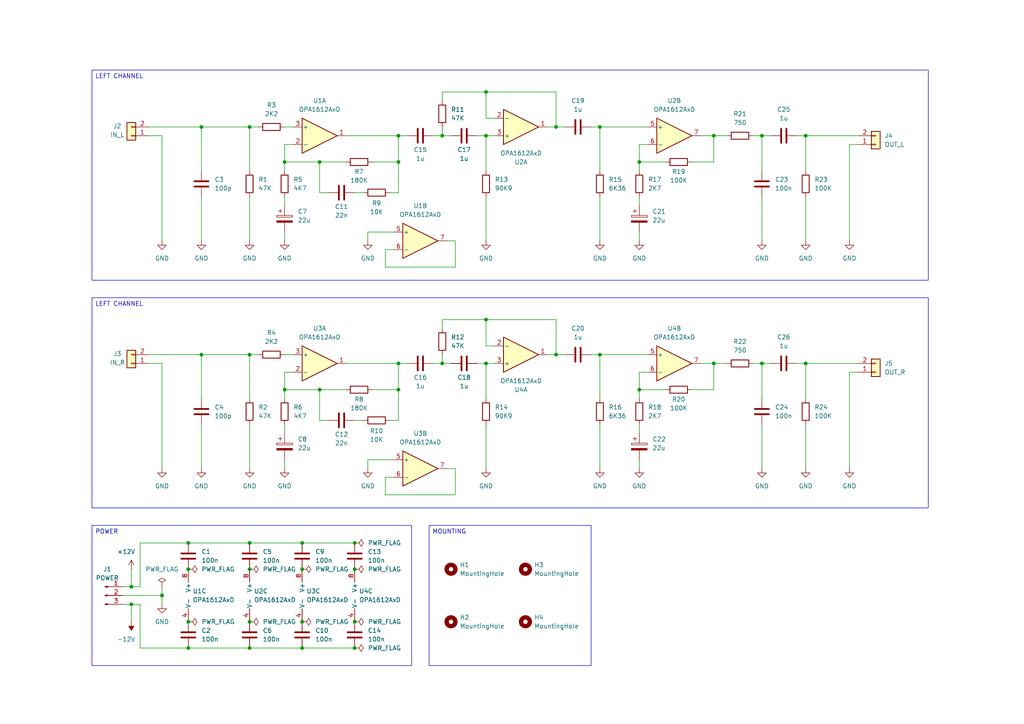
<source format=kicad_sch>
(kicad_sch (version 20250114) (generator "eeschema") (generator_version "9.0")
  (paper "A4")
  (title_block (title "PHONO PREAMP") (date "2025-08-08") (rev "1.0") (company "Chapuzas S.L."))
  (lib_symbols
    (symbol "Amplifier_Operational:OPA1612AxD" (pin_names (offset 0.127))
      (property "Reference" "U" (at 0 5.08 0))
      (property "Value" "OPA1612AxD" (at 0 -5.08 0))
      (symbol "OPA1612AxD_1_1"
        (polyline (pts (xy -5.08 5.08) (xy 5.08 0) (xy -5.08 -5.08) (xy -5.08 5.08)) (stroke (width 0.254)) (fill (type background)))
        (pin input line (at -7.62 2.54 0) (length 2.54) (name "+") (number "3"))
        (pin input line (at -7.62 -2.54 0) (length 2.54) (name "-") (number "2"))
        (pin output line (at 7.62 0 180) (length 2.54) (name "~") (number "1"))
      )
      (symbol "OPA1612AxD_2_1"
        (polyline (pts (xy -5.08 5.08) (xy 5.08 0) (xy -5.08 -5.08) (xy -5.08 5.08)) (stroke (width 0.254)) (fill (type background)))
        (pin input line (at -7.62 2.54 0) (length 2.54) (name "+") (number "5"))
        (pin input line (at -7.62 -2.54 0) (length 2.54) (name "-") (number "6"))
        (pin output line (at 7.62 0 180) (length 2.54) (name "~") (number "7"))
      )
      (symbol "OPA1612AxD_3_1"
        (pin power_in line (at -2.54 7.62 270) (length 3.81) (name "V+") (number "8"))
        (pin power_in line (at -2.54 -7.62 90) (length 3.81) (name "V-") (number "4"))
      )
    )
    (symbol "Connector:Conn_01x03_Pin" (pin_names (offset 1.016) (hide yes))
      (property "Reference" "J" (at 0 5.08 0))
      (property "Value" "Conn_01x03_Pin" (at 0 -5.08 0))
      (symbol "Conn_01x03_Pin_1_1"
        (rectangle (start 0.8636 2.667) (end 0 2.413) (stroke (width 0.1524)) (fill (type outline)))
        (rectangle (start 0.8636 0.127) (end 0 -0.127) (stroke (width 0.1524)) (fill (type outline)))
        (rectangle (start 0.8636 -2.413) (end 0 -2.667) (stroke (width 0.1524)) (fill (type outline)))
        (polyline (pts (xy 1.27 2.54) (xy 0.8636 2.54)) (stroke (width 0.1524)))
        (polyline (pts (xy 1.27 0) (xy 0.8636 0)) (stroke (width 0.1524)))
        (polyline (pts (xy 1.27 -2.54) (xy 0.8636 -2.54)) (stroke (width 0.1524)))
        (pin passive line (at 5.08 2.54 180) (length 3.81) (name "Pin_1") (number "1"))
        (pin passive line (at 5.08 0 180) (length 3.81) (name "Pin_2") (number "2"))
        (pin passive line (at 5.08 -2.54 180) (length 3.81) (name "Pin_3") (number "3"))
      )
    )
    (symbol "Connector_Generic:Conn_01x02" (pin_names (offset 1.016) (hide yes))
      (property "Reference" "J" (at 0 2.54 0))
      (property "Value" "Conn_01x02" (at 0 -5.08 0))
      (symbol "Conn_01x02_1_1"
        (rectangle (start -1.27 1.27) (end 1.27 -3.81) (stroke (width 0.254)) (fill (type background)))
        (rectangle (start -1.27 0.127) (end 0 -0.127) (stroke (width 0.1524)))
        (rectangle (start -1.27 -2.413) (end 0 -2.667) (stroke (width 0.1524)))
        (pin passive line (at -5.08 0 0) (length 3.81) (name "Pin_1") (number "1"))
        (pin passive line (at -5.08 -2.54 0) (length 3.81) (name "Pin_2") (number "2"))
      )
    )
    (symbol "Device:C" (pin_numbers (hide yes)) (pin_names (offset 0.254))
      (property "Reference" "C" (at 0.635 2.54 0))
      (property "Value" "C" (at 0.635 -2.54 0))
      (symbol "C_0_1"
        (polyline (pts (xy -2.032 0.762) (xy 2.032 0.762)) (stroke (width 0.508)))
        (polyline (pts (xy -2.032 -0.762) (xy 2.032 -0.762)) (stroke (width 0.508)))
      )
      (symbol "C_1_1"
        (pin passive line (at 0 3.81 270) (length 2.794) (name "~") (number "1"))
        (pin passive line (at 0 -3.81 90) (length 2.794) (name "~") (number "2"))
      )
    )
    (symbol "Device:C_Polarized" (pin_numbers (hide yes)) (pin_names (offset 0.254))
      (property "Reference" "C" (at 0.635 2.54 0))
      (property "Value" "C_Polarized" (at 0.635 -2.54 0))
      (symbol "C_Polarized_0_1"
        (rectangle (start -2.286 0.508) (end 2.286 1.016))
        (polyline (pts (xy -1.778 2.286) (xy -0.762 2.286)))
        (polyline (pts (xy -1.27 2.794) (xy -1.27 1.778)))
        (rectangle (start 2.286 -0.508) (end -2.286 -1.016) (fill (type outline)))
      )
      (symbol "C_Polarized_1_1"
        (pin passive line (at 0 3.81 270) (length 2.794) (name "~") (number "1"))
        (pin passive line (at 0 -3.81 90) (length 2.794) (name "~") (number "2"))
      )
    )
    (symbol "Device:R" (pin_numbers (hide yes)) (pin_names (offset 0))
      (property "Reference" "R" (at 2.032 0 90))
      (property "Value" "R" (at 0 0 90))
      (symbol "R_0_1"
        (rectangle (start -1.016 -2.54) (end 1.016 2.54) (stroke (width 0.254)))
      )
      (symbol "R_1_1"
        (pin passive line (at 0 3.81 270) (length 1.27) (name "~") (number "1"))
        (pin passive line (at 0 -3.81 90) (length 1.27) (name "~") (number "2"))
      )
    )
    (symbol "Mechanical:MountingHole" (pin_names (offset 1.016)) (in_bom no)
      (property "Reference" "H" (at 0 5.08 0))
      (property "Value" "MountingHole" (at 0 3.175 0))
      (symbol "MountingHole_0_1"
        (circle (center 0 0) (radius 1.27) (stroke (width 1.27)))
      )
    )
    (symbol "power:+12V" (power) (pin_numbers (hide yes)) (pin_names (offset 0) (hide yes))
      (property "Value" "+12V" (at 0 3.556 0))
      (symbol "+12V_0_1"
        (polyline (pts (xy -0.762 1.27) (xy 0 2.54)))
        (polyline (pts (xy 0 2.54) (xy 0.762 1.27)))
        (polyline (pts (xy 0 0) (xy 0 2.54)))
      )
      (symbol "+12V_1_1"
        (pin power_in line (at 0 0 90) (length 0) (name "~") (number "1"))
      )
    )
    (symbol "power:-12V" (power) (pin_numbers (hide yes)) (pin_names (offset 0) (hide yes))
      (property "Value" "-12V" (at 0 3.556 0))
      (symbol "-12V_0_0"
        (pin power_in line (at 0 0 90) (length 0) (name "~") (number "1"))
      )
      (symbol "-12V_0_1"
        (polyline (pts (xy 0 0) (xy 0 1.27) (xy 0.762 1.27) (xy 0 2.54) (xy -0.762 1.27) (xy 0 1.27)) (fill (type outline)))
      )
    )
    (symbol "power:GND" (power) (pin_numbers (hide yes)) (pin_names (offset 0) (hide yes))
      (property "Value" "GND" (at 0 -3.81 0))
      (symbol "GND_0_1"
        (polyline (pts (xy 0 0) (xy 0 -1.27) (xy 1.27 -1.27) (xy 0 -2.54) (xy -1.27 -1.27) (xy 0 -1.27)))
      )
      (symbol "GND_1_1"
        (pin power_in line (at 0 0 270) (length 0) (name "~") (number "1"))
      )
    )
    (symbol "power:PWR_FLAG" (power) (pin_numbers (hide yes)) (pin_names (offset 0) (hide yes))
      (property "Value" "PWR_FLAG" (at 0 3.81 0))
      (symbol "PWR_FLAG_0_0"
        (pin power_out line (at 0 0 90) (length 0) (name "~") (number "1"))
      )
      (symbol "PWR_FLAG_0_1"
        (polyline (pts (xy 0 0) (xy 0 1.27) (xy -1.016 1.905) (xy 0 2.54) (xy 1.016 1.905) (xy 0 1.27)))
      )
    )
  )
  (text_box "LEFT CHANNEL" (at 26.67 86.36 0) (size 242.57 60.96) (margins 0.9525 0.9525 0.9525 0.9525) (effects (font (size 1.27 1.27)) (justify left top)))
  (text_box "LEFT CHANNEL" (at 26.67 20.32 0) (size 242.57 60.96) (margins 0.9525 0.9525 0.9525 0.9525) (effects (font (size 1.27 1.27)) (justify left top)))
  (text_box "MOUNTING" (at 124.46 152.4 0) (size 46.99 40.64) (margins 0.9525 0.9525 0.9525 0.9525) (effects (font (size 1.27 1.27)) (justify left top)))
  (text_box "POWER" (at 26.67 152.4 0) (size 92.71 40.64) (margins 0.9525 0.9525 0.9525 0.9525) (effects (font (size 1.27 1.27)) (justify left top)))
  (junction (at 54.61 165.1))
  (junction (at 54.61 157.48))
  (junction (at 140.97 105.41))
  (junction (at 54.61 180.34))
  (junction (at 87.63 180.34))
  (junction (at 46.99 172.72))
  (junction (at 233.68 39.37))
  (junction (at 87.63 165.1))
  (junction (at 38.1 175.26))
  (junction (at 102.87 157.48))
  (junction (at 115.57 105.41))
  (junction (at 220.98 39.37))
  (junction (at 72.39 180.34))
  (junction (at 72.39 157.48))
  (junction (at 72.39 36.83))
  (junction (at 140.97 26.67))
  (junction (at 128.27 39.37))
  (junction (at 140.97 92.71))
  (junction (at 102.87 187.96))
  (junction (at 220.98 105.41))
  (junction (at 233.68 105.41))
  (junction (at 82.55 46.99))
  (junction (at 185.42 113.03))
  (junction (at 102.87 165.1))
  (junction (at 115.57 39.37))
  (junction (at 207.01 39.37))
  (junction (at 58.42 36.83))
  (junction (at 92.71 113.03))
  (junction (at 185.42 46.99))
  (junction (at 72.39 165.1))
  (junction (at 54.61 187.96))
  (junction (at 72.39 102.87))
  (junction (at 87.63 157.48))
  (junction (at 161.29 36.83))
  (junction (at 128.27 105.41))
  (junction (at 87.63 187.96))
  (junction (at 173.99 36.83))
  (junction (at 38.1 170.18))
  (junction (at 161.29 102.87))
  (junction (at 58.42 102.87))
  (junction (at 207.01 105.41))
  (junction (at 92.71 46.99))
  (junction (at 82.55 113.03))
  (junction (at 140.97 39.37))
  (junction (at 173.99 102.87))
  (junction (at 102.87 180.34))
  (junction (at 72.39 187.96))
  (junction (at 115.57 46.99))
  (junction (at 115.57 113.03))
  (wire (pts (xy 38.1 170.18) (xy 40.64 170.18)))
  (wire (pts (xy 92.71 46.99) (xy 82.55 46.99)))
  (wire (pts (xy 233.68 105.41) (xy 231.14 105.41)))
  (wire (pts (xy 233.68 39.37) (xy 248.92 39.37)))
  (wire (pts (xy 92.71 113.03) (xy 92.71 121.92)))
  (wire (pts (xy 140.97 39.37) (xy 143.51 39.37)))
  (wire (pts (xy 38.1 175.26) (xy 35.56 175.26)))
  (wire (pts (xy 115.57 46.99) (xy 115.57 55.88)))
  (wire (pts (xy 40.64 175.26) (xy 38.1 175.26)))
  (wire (pts (xy 95.25 121.92) (xy 92.71 121.92)))
  (wire (pts (xy 82.55 113.03) (xy 82.55 115.57)))
  (wire (pts (xy 115.57 39.37) (xy 100.33 39.37)))
  (wire (pts (xy 185.42 113.03) (xy 185.42 107.95)))
  (wire (pts (xy 105.41 55.88) (xy 102.87 55.88)))
  (wire (pts (xy 95.25 55.88) (xy 92.71 55.88)))
  (wire (pts (xy 58.42 102.87) (xy 72.39 102.87)))
  (wire (pts (xy 140.97 123.19) (xy 140.97 135.89)))
  (wire (pts (xy 72.39 57.15) (xy 72.39 69.85)))
  (wire (pts (xy 171.45 102.87) (xy 173.99 102.87)))
  (wire (pts (xy 58.42 36.83) (xy 58.42 49.53)))
  (wire (pts (xy 46.99 105.41) (xy 46.99 135.89)))
  (wire (pts (xy 200.66 113.03) (xy 207.01 113.03)))
  (wire (pts (xy 114.3 138.43) (xy 111.76 138.43)))
  (wire (pts (xy 185.42 135.89) (xy 185.42 133.35)))
  (wire (pts (xy 143.51 100.33) (xy 140.97 100.33)))
  (wire (pts (xy 185.42 41.91) (xy 187.96 41.91)))
  (wire (pts (xy 72.39 123.19) (xy 72.39 135.89)))
  (wire (pts (xy 72.39 187.96) (xy 87.63 187.96)))
  (wire (pts (xy 114.3 72.39) (xy 111.76 72.39)))
  (wire (pts (xy 203.2 105.41) (xy 207.01 105.41)))
  (wire (pts (xy 173.99 102.87) (xy 187.96 102.87)))
  (wire (pts (xy 43.18 36.83) (xy 58.42 36.83)))
  (wire (pts (xy 143.51 34.29) (xy 140.97 34.29)))
  (wire (pts (xy 140.97 26.67) (xy 140.97 34.29)))
  (wire (pts (xy 106.68 67.31) (xy 106.68 69.85)))
  (wire (pts (xy 173.99 123.19) (xy 173.99 135.89)))
  (wire (pts (xy 207.01 105.41) (xy 207.01 113.03)))
  (wire (pts (xy 233.68 39.37) (xy 231.14 39.37)))
  (wire (pts (xy 115.57 46.99) (xy 115.57 39.37)))
  (wire (pts (xy 132.08 69.85) (xy 129.54 69.85)))
  (wire (pts (xy 125.73 105.41) (xy 128.27 105.41)))
  (wire (pts (xy 220.98 105.41) (xy 223.52 105.41)))
  (wire (pts (xy 54.61 157.48) (xy 40.64 157.48)))
  (wire (pts (xy 220.98 123.19) (xy 220.98 135.89)))
  (wire (pts (xy 58.42 57.15) (xy 58.42 69.85)))
  (wire (pts (xy 173.99 36.83) (xy 187.96 36.83)))
  (wire (pts (xy 218.44 105.41) (xy 220.98 105.41)))
  (wire (pts (xy 185.42 107.95) (xy 187.96 107.95)))
  (wire (pts (xy 82.55 107.95) (xy 82.55 113.03)))
  (wire (pts (xy 82.55 102.87) (xy 85.09 102.87)))
  (wire (pts (xy 46.99 170.18) (xy 46.99 172.72)))
  (wire (pts (xy 54.61 157.48) (xy 72.39 157.48)))
  (wire (pts (xy 218.44 39.37) (xy 220.98 39.37)))
  (wire (pts (xy 46.99 172.72) (xy 46.99 175.26)))
  (wire (pts (xy 173.99 57.15) (xy 173.99 69.85)))
  (wire (pts (xy 161.29 92.71) (xy 161.29 102.87)))
  (wire (pts (xy 161.29 102.87) (xy 163.83 102.87)))
  (wire (pts (xy 82.55 36.83) (xy 85.09 36.83)))
  (wire (pts (xy 246.38 41.91) (xy 246.38 69.85)))
  (wire (pts (xy 100.33 46.99) (xy 92.71 46.99)))
  (wire (pts (xy 43.18 102.87) (xy 58.42 102.87)))
  (wire (pts (xy 35.56 170.18) (xy 38.1 170.18)))
  (wire (pts (xy 115.57 39.37) (xy 118.11 39.37)))
  (wire (pts (xy 82.55 133.35) (xy 82.55 135.89)))
  (wire (pts (xy 92.71 46.99) (xy 92.71 55.88)))
  (wire (pts (xy 40.64 187.96) (xy 40.64 175.26)))
  (wire (pts (xy 128.27 29.21) (xy 128.27 26.67)))
  (wire (pts (xy 85.09 107.95) (xy 82.55 107.95)))
  (wire (pts (xy 185.42 46.99) (xy 193.04 46.99)))
  (wire (pts (xy 38.1 165.1) (xy 38.1 170.18)))
  (wire (pts (xy 111.76 138.43) (xy 111.76 143.51)))
  (wire (pts (xy 82.55 46.99) (xy 82.55 49.53)))
  (wire (pts (xy 115.57 46.99) (xy 107.95 46.99)))
  (wire (pts (xy 138.43 39.37) (xy 140.97 39.37)))
  (wire (pts (xy 233.68 57.15) (xy 233.68 69.85)))
  (wire (pts (xy 220.98 105.41) (xy 220.98 115.57)))
  (wire (pts (xy 40.64 157.48) (xy 40.64 170.18)))
  (wire (pts (xy 233.68 49.53) (xy 233.68 39.37)))
  (wire (pts (xy 115.57 105.41) (xy 100.33 105.41)))
  (wire (pts (xy 82.55 123.19) (xy 82.55 125.73)))
  (wire (pts (xy 111.76 143.51) (xy 132.08 143.51)))
  (wire (pts (xy 185.42 115.57) (xy 185.42 113.03)))
  (wire (pts (xy 87.63 157.48) (xy 102.87 157.48)))
  (wire (pts (xy 72.39 36.83) (xy 74.93 36.83)))
  (wire (pts (xy 246.38 41.91) (xy 248.92 41.91)))
  (wire (pts (xy 115.57 105.41) (xy 118.11 105.41)))
  (wire (pts (xy 132.08 143.51) (xy 132.08 135.89)))
  (wire (pts (xy 185.42 49.53) (xy 185.42 46.99)))
  (wire (pts (xy 115.57 113.03) (xy 115.57 121.92)))
  (wire (pts (xy 113.03 121.92) (xy 115.57 121.92)))
  (wire (pts (xy 87.63 187.96) (xy 102.87 187.96)))
  (wire (pts (xy 43.18 105.41) (xy 46.99 105.41)))
  (wire (pts (xy 207.01 39.37) (xy 210.82 39.37)))
  (wire (pts (xy 115.57 113.03) (xy 107.95 113.03)))
  (wire (pts (xy 220.98 57.15) (xy 220.98 69.85)))
  (wire (pts (xy 128.27 26.67) (xy 140.97 26.67)))
  (wire (pts (xy 114.3 133.35) (xy 106.68 133.35)))
  (wire (pts (xy 72.39 102.87) (xy 74.93 102.87)))
  (wire (pts (xy 185.42 125.73) (xy 185.42 123.19)))
  (wire (pts (xy 114.3 67.31) (xy 106.68 67.31)))
  (wire (pts (xy 125.73 39.37) (xy 128.27 39.37)))
  (wire (pts (xy 43.18 39.37) (xy 46.99 39.37)))
  (wire (pts (xy 171.45 36.83) (xy 173.99 36.83)))
  (wire (pts (xy 161.29 102.87) (xy 158.75 102.87)))
  (wire (pts (xy 220.98 39.37) (xy 223.52 39.37)))
  (wire (pts (xy 115.57 113.03) (xy 115.57 105.41)))
  (wire (pts (xy 111.76 77.47) (xy 132.08 77.47)))
  (wire (pts (xy 72.39 157.48) (xy 87.63 157.48)))
  (wire (pts (xy 82.55 41.91) (xy 82.55 46.99)))
  (wire (pts (xy 58.42 102.87) (xy 58.42 115.57)))
  (wire (pts (xy 58.42 123.19) (xy 58.42 135.89)))
  (wire (pts (xy 58.42 36.83) (xy 72.39 36.83)))
  (wire (pts (xy 185.42 113.03) (xy 193.04 113.03)))
  (wire (pts (xy 92.71 113.03) (xy 82.55 113.03)))
  (wire (pts (xy 46.99 39.37) (xy 46.99 69.85)))
  (wire (pts (xy 185.42 46.99) (xy 185.42 41.91)))
  (wire (pts (xy 233.68 115.57) (xy 233.68 105.41)))
  (wire (pts (xy 140.97 105.41) (xy 140.97 115.57)))
  (wire (pts (xy 246.38 107.95) (xy 246.38 135.89)))
  (wire (pts (xy 128.27 105.41) (xy 130.81 105.41)))
  (wire (pts (xy 233.68 105.41) (xy 248.92 105.41)))
  (wire (pts (xy 72.39 36.83) (xy 72.39 49.53)))
  (wire (pts (xy 161.29 36.83) (xy 163.83 36.83)))
  (wire (pts (xy 140.97 105.41) (xy 143.51 105.41)))
  (wire (pts (xy 82.55 67.31) (xy 82.55 69.85)))
  (wire (pts (xy 54.61 187.96) (xy 72.39 187.96)))
  (wire (pts (xy 185.42 69.85) (xy 185.42 67.31)))
  (wire (pts (xy 140.97 57.15) (xy 140.97 69.85)))
  (wire (pts (xy 140.97 39.37) (xy 140.97 49.53)))
  (wire (pts (xy 106.68 133.35) (xy 106.68 135.89)))
  (wire (pts (xy 128.27 36.83) (xy 128.27 39.37)))
  (wire (pts (xy 220.98 39.37) (xy 220.98 49.53)))
  (wire (pts (xy 132.08 77.47) (xy 132.08 69.85)))
  (wire (pts (xy 173.99 102.87) (xy 173.99 115.57)))
  (wire (pts (xy 128.27 102.87) (xy 128.27 105.41)))
  (wire (pts (xy 161.29 36.83) (xy 158.75 36.83)))
  (wire (pts (xy 72.39 102.87) (xy 72.39 115.57)))
  (wire (pts (xy 173.99 36.83) (xy 173.99 49.53)))
  (wire (pts (xy 200.66 46.99) (xy 207.01 46.99)))
  (wire (pts (xy 113.03 55.88) (xy 115.57 55.88)))
  (wire (pts (xy 38.1 180.34) (xy 38.1 175.26)))
  (wire (pts (xy 82.55 57.15) (xy 82.55 59.69)))
  (wire (pts (xy 185.42 59.69) (xy 185.42 57.15)))
  (wire (pts (xy 128.27 39.37) (xy 130.81 39.37)))
  (wire (pts (xy 138.43 105.41) (xy 140.97 105.41)))
  (wire (pts (xy 100.33 113.03) (xy 92.71 113.03)))
  (wire (pts (xy 105.41 121.92) (xy 102.87 121.92)))
  (wire (pts (xy 54.61 187.96) (xy 40.64 187.96)))
  (wire (pts (xy 207.01 105.41) (xy 210.82 105.41)))
  (wire (pts (xy 161.29 26.67) (xy 161.29 36.83)))
  (wire (pts (xy 132.08 135.89) (xy 129.54 135.89)))
  (wire (pts (xy 207.01 39.37) (xy 207.01 46.99)))
  (wire (pts (xy 85.09 41.91) (xy 82.55 41.91)))
  (wire (pts (xy 233.68 123.19) (xy 233.68 135.89)))
  (wire (pts (xy 140.97 92.71) (xy 161.29 92.71)))
  (wire (pts (xy 140.97 92.71) (xy 140.97 100.33)))
  (wire (pts (xy 128.27 95.25) (xy 128.27 92.71)))
  (wire (pts (xy 140.97 26.67) (xy 161.29 26.67)))
  (wire (pts (xy 111.76 72.39) (xy 111.76 77.47)))
  (wire (pts (xy 128.27 92.71) (xy 140.97 92.71)))
  (wire (pts (xy 203.2 39.37) (xy 207.01 39.37)))
  (wire (pts (xy 246.38 107.95) (xy 248.92 107.95)))
  (wire (pts (xy 35.56 172.72) (xy 46.99 172.72)))
  (symbol (lib_id "Device:C") (at 121.92 105.41 90) (unit 1)
    (property "Reference" "C16" (at 121.92 109.474 90))
    (property "Value" "1u" (at 121.92 112.014 90))
    (property "Footprint" "Capacitor_SMD:C_0805_2012Metric_Pad1.18x1.45mm_HandSolder" (effects (hide yes)))
    (property "Description" "Unpolarized capacitor" (effects (hide yes)))
  )
  (symbol (lib_id "Device:C") (at 54.61 184.15 0) (unit 1)
    (property "Reference" "C2" (at 58.42 182.8799 0) (effects (justify left)))
    (property "Value" "100n" (at 58.42 185.4199 0) (effects (justify left)))
    (property "Footprint" "Capacitor_SMD:C_0805_2012Metric_Pad1.18x1.45mm_HandSolder" (effects (hide yes)))
    (property "Description" "Unpolarized capacitor" (effects (hide yes)))
  )
  (symbol (lib_id "Amplifier_Operational:OPA1612AxD") (at 74.93 172.72 0) (unit 3)
    (property "Reference" "U2" (at 73.66 171.4499 0) (effects (justify left)))
    (property "Value" "OPA1612AxD" (at 73.66 173.9899 0) (effects (justify left)))
    (property "Footprint" "Package_SO:SOIC-8_3.9x4.9mm_P1.27mm" (effects (hide yes)))
    (property "Datasheet" "http://www.ti.com/lit/ds/symlink/opa1612.pdf" (effects (hide yes)))
    (property "Description" "Dual SoundPlus High Performance, Bipolar-Input Audio Operational Amplifiers, SOIC-8" (effects (hide yes)))
  )
  (symbol (lib_id "Device:C") (at 121.92 39.37 90) (unit 1)
    (property "Reference" "C15" (at 121.92 43.434 90))
    (property "Value" "1u" (at 121.92 45.974 90))
    (property "Footprint" "Capacitor_SMD:C_0805_2012Metric_Pad1.18x1.45mm_HandSolder" (effects (hide yes)))
    (property "Description" "Unpolarized capacitor" (effects (hide yes)))
  )
  (symbol (lib_id "Amplifier_Operational:OPA1612AxD") (at 121.92 69.85 0) (unit 2)
    (property "Reference" "U1" (at 121.92 59.69 0))
    (property "Value" "OPA1612AxD" (at 121.92 62.23 0))
    (property "Footprint" "Package_SO:SOIC-8_3.9x4.9mm_P1.27mm" (effects (hide yes)))
    (property "Datasheet" "http://www.ti.com/lit/ds/symlink/opa1612.pdf" (effects (hide yes)))
    (property "Description" "Dual SoundPlus High Performance, Bipolar-Input Audio Operational Amplifiers, SOIC-8" (effects (hide yes)))
  )
  (symbol (lib_id "Device:C") (at 167.64 36.83 90) (unit 1)
    (property "Reference" "C19" (at 167.64 29.21 90))
    (property "Value" "1u" (at 167.64 31.75 90))
    (property "Footprint" "Capacitor_SMD:C_0805_2012Metric_Pad1.18x1.45mm_HandSolder" (effects (hide yes)))
    (property "Description" "Unpolarized capacitor" (effects (hide yes)))
  )
  (symbol (lib_id "Connector_Generic:Conn_01x02") (at 254 107.95 0) (mirror x) (unit 1)
    (property "Reference" "J5" (at 256.54 105.4101 0) (effects (justify left)))
    (property "Value" "OUT_R" (at 256.54 107.9501 0) (effects (justify left)))
    (property "Footprint" "Connector_Molex:Molex_KK-254_AE-6410-02A_1x02_P2.54mm_Vertical" (effects (hide yes)))
    (property "Description" "Generic connector, single row, 01x02, script generated (kicad-library-utils/schlib/autogen/connector/)" (effects (hide yes)))
  )
  (symbol (lib_id "Device:R") (at 196.85 46.99 90) (unit 1)
    (property "Reference" "R19" (at 196.85 49.784 90))
    (property "Value" "100K" (at 196.85 52.324 90))
    (property "Footprint" "Resistor_SMD:R_0805_2012Metric_Pad1.20x1.40mm_HandSolder" (effects (hide yes)))
    (property "Description" "Resistor" (effects (hide yes)))
  )
  (symbol (lib_id "power:GND") (at 82.55 135.89 0) (unit 1)
    (property "Reference" "#PWR011" (effects (hide yes)))
    (property "Value" "GND" (at 82.55 140.97 0))
    (property "Description" "Power symbol creates a global label with name \"GND\" , ground" (effects (hide yes)))
  )
  (symbol (lib_id "Device:R") (at 233.68 53.34 0) (unit 1)
    (property "Reference" "R23" (at 236.22 52.0699 0) (effects (justify left)))
    (property "Value" "100K" (at 236.22 54.6099 0) (effects (justify left)))
    (property "Footprint" "Resistor_SMD:R_0805_2012Metric_Pad1.20x1.40mm_HandSolder" (effects (hide yes)))
    (property "Description" "Resistor" (effects (hide yes)))
  )
  (symbol (lib_id "power:GND") (at 58.42 135.89 0) (unit 1)
    (property "Reference" "#PWR07" (effects (hide yes)))
    (property "Value" "GND" (at 58.42 140.97 0))
    (property "Description" "Power symbol creates a global label with name \"GND\" , ground" (effects (hide yes)))
  )
  (symbol (lib_id "Device:R") (at 214.63 39.37 90) (unit 1)
    (property "Reference" "R21" (at 214.63 33.02 90))
    (property "Value" "750" (at 214.63 35.56 90))
    (property "Footprint" "Resistor_SMD:R_0805_2012Metric_Pad1.20x1.40mm_HandSolder" (effects (hide yes)))
    (property "Description" "Resistor" (effects (hide yes)))
  )
  (symbol (lib_id "Connector:Conn_01x03_Pin") (at 30.48 172.72 0) (unit 1)
    (property "Reference" "J1" (at 31.115 165.1 0))
    (property "Value" "POWER" (at 31.115 167.64 0))
    (property "Footprint" "Connector_Molex:Molex_KK-254_AE-6410-03A_1x03_P2.54mm_Vertical" (effects (hide yes)))
    (property "Description" "Generic connector, single row, 01x03, script generated" (effects (hide yes)))
  )
  (symbol (lib_id "power:GND") (at 220.98 69.85 0) (unit 1)
    (property "Reference" "#PWR020" (effects (hide yes)))
    (property "Value" "GND" (at 220.98 74.93 0))
    (property "Description" "Power symbol creates a global label with name \"GND\" , ground" (effects (hide yes)))
  )
  (symbol (lib_id "Device:C") (at 167.64 102.87 90) (unit 1)
    (property "Reference" "C20" (at 167.64 95.25 90))
    (property "Value" "1u" (at 167.64 97.79 90))
    (property "Footprint" "Capacitor_SMD:C_0805_2012Metric_Pad1.18x1.45mm_HandSolder" (effects (hide yes)))
    (property "Description" "Unpolarized capacitor" (effects (hide yes)))
  )
  (symbol (lib_id "Mechanical:MountingHole") (at 130.81 165.1 0) (unit 1) (in_bom no)
    (property "Reference" "H1" (at 133.35 163.8299 0) (effects (justify left)))
    (property "Value" "MountingHole" (at 133.35 166.3699 0) (effects (justify left)))
    (property "Footprint" "MountingHole:MountingHole_3.2mm_M3" (effects (hide yes)))
    (property "Description" "Mounting Hole without connection" (effects (hide yes)))
  )
  (symbol (lib_id "Device:R") (at 78.74 102.87 90) (unit 1)
    (property "Reference" "R4" (at 78.74 96.52 90))
    (property "Value" "2K2" (at 78.74 99.06 90))
    (property "Footprint" "Resistor_SMD:R_0805_2012Metric_Pad1.20x1.40mm_HandSolder" (effects (hide yes)))
    (property "Description" "Resistor" (effects (hide yes)))
  )
  (symbol (lib_id "Device:C") (at 72.39 161.29 0) (unit 1)
    (property "Reference" "C5" (at 76.2 160.0199 0) (effects (justify left)))
    (property "Value" "100n" (at 76.2 162.5599 0) (effects (justify left)))
    (property "Footprint" "Capacitor_SMD:C_0805_2012Metric_Pad1.18x1.45mm_HandSolder" (effects (hide yes)))
    (property "Description" "Unpolarized capacitor" (effects (hide yes)))
  )
  (symbol (lib_id "power:PWR_FLAG") (at 102.87 180.34 270) (unit 1)
    (property "Reference" "#FLG09" (effects (hide yes)))
    (property "Value" "PWR_FLAG" (at 106.68 180.3399 90) (effects (justify left)))
    (property "Description" "Special symbol for telling ERC where power comes from" (effects (hide yes)))
  )
  (symbol (lib_id "Device:C") (at 102.87 161.29 0) (unit 1)
    (property "Reference" "C13" (at 106.68 160.0199 0) (effects (justify left)))
    (property "Value" "100n" (at 106.68 162.5599 0) (effects (justify left)))
    (property "Footprint" "Capacitor_SMD:C_0805_2012Metric_Pad1.18x1.45mm_HandSolder" (effects (hide yes)))
    (property "Description" "Unpolarized capacitor" (effects (hide yes)))
  )
  (symbol (lib_id "Device:R") (at 173.99 119.38 0) (unit 1)
    (property "Reference" "R16" (at 176.53 118.1099 0) (effects (justify left)))
    (property "Value" "6K36" (at 176.53 120.6499 0) (effects (justify left)))
    (property "Footprint" "Resistor_SMD:R_0805_2012Metric_Pad1.20x1.40mm_HandSolder" (effects (hide yes)))
    (property "Description" "Resistor" (effects (hide yes)))
  )
  (symbol (lib_id "Connector_Generic:Conn_01x02") (at 38.1 39.37 180) (unit 1)
    (property "Reference" "J2" (at 34.036 36.576 0))
    (property "Value" "IN_L" (at 34.036 39.116 0))
    (property "Footprint" "Connector_Molex:Molex_KK-254_AE-6410-02A_1x02_P2.54mm_Vertical" (effects (hide yes)))
    (property "Description" "Generic connector, single row, 01x02, script generated (kicad-library-utils/schlib/autogen/connector/)" (effects (hide yes)))
  )
  (symbol (lib_id "power:+12V") (at 38.1 165.1 0) (unit 1)
    (property "Reference" "#PWR01" (effects (hide yes)))
    (property "Value" "+12V" (at 36.576 160.02 0))
    (property "Description" "Power symbol creates a global label with name \"+12V\"" (effects (hide yes)))
  )
  (symbol (lib_id "power:PWR_FLAG") (at 87.63 180.34 270) (unit 1)
    (property "Reference" "#FLG07" (effects (hide yes)))
    (property "Value" "PWR_FLAG" (at 91.44 180.3399 90) (effects (justify left)))
    (property "Description" "Special symbol for telling ERC where power comes from" (effects (hide yes)))
  )
  (symbol (lib_id "Amplifier_Operational:OPA1612AxD") (at 151.13 36.83 0) (mirror x) (unit 1)
    (property "Reference" "U2" (at 151.13 46.99 0))
    (property "Value" "OPA1612AxD" (at 151.13 44.45 0))
    (property "Footprint" "Package_SO:SOIC-8_3.9x4.9mm_P1.27mm" (effects (hide yes)))
    (property "Datasheet" "http://www.ti.com/lit/ds/symlink/opa1612.pdf" (effects (hide yes)))
    (property "Description" "Dual SoundPlus High Performance, Bipolar-Input Audio Operational Amplifiers, SOIC-8" (effects (hide yes)))
  )
  (symbol (lib_id "power:GND") (at 106.68 69.85 0) (unit 1)
    (property "Reference" "#PWR012" (effects (hide yes)))
    (property "Value" "GND" (at 106.68 74.93 0))
    (property "Description" "Power symbol creates a global label with name \"GND\" , ground" (effects (hide yes)))
  )
  (symbol (lib_id "Device:R") (at 82.55 53.34 0) (unit 1)
    (property "Reference" "R5" (at 85.09 52.0699 0) (effects (justify left)))
    (property "Value" "4K7" (at 85.09 54.6099 0) (effects (justify left)))
    (property "Footprint" "Resistor_SMD:R_0805_2012Metric_Pad1.20x1.40mm_HandSolder" (effects (hide yes)))
    (property "Description" "Resistor" (effects (hide yes)))
  )
  (symbol (lib_id "Device:C") (at 72.39 184.15 0) (unit 1)
    (property "Reference" "C6" (at 76.2 182.8799 0) (effects (justify left)))
    (property "Value" "100n" (at 76.2 185.4199 0) (effects (justify left)))
    (property "Footprint" "Capacitor_SMD:C_0805_2012Metric_Pad1.18x1.45mm_HandSolder" (effects (hide yes)))
    (property "Description" "Unpolarized capacitor" (effects (hide yes)))
  )
  (symbol (lib_id "power:PWR_FLAG") (at 87.63 165.1 270) (unit 1)
    (property "Reference" "#FLG06" (effects (hide yes)))
    (property "Value" "PWR_FLAG" (at 91.44 165.0999 90) (effects (justify left)))
    (property "Description" "Special symbol for telling ERC where power comes from" (effects (hide yes)))
  )
  (symbol (lib_id "Device:C_Polarized") (at 82.55 63.5 0) (unit 1)
    (property "Reference" "C7" (at 86.36 61.3409 0) (effects (justify left)))
    (property "Value" "22u" (at 86.36 63.8809 0) (effects (justify left)))
    (property "Footprint" "Capacitor_SMD:CP_Elec_6.3x5.8" (effects (hide yes)))
    (property "Description" "Polarized capacitor" (effects (hide yes)))
  )
  (symbol (lib_id "power:GND") (at 106.68 135.89 0) (unit 1)
    (property "Reference" "#PWR013" (effects (hide yes)))
    (property "Value" "GND" (at 106.68 140.97 0))
    (property "Description" "Power symbol creates a global label with name \"GND\" , ground" (effects (hide yes)))
  )
  (symbol (lib_id "Connector_Generic:Conn_01x02") (at 254 41.91 0) (mirror x) (unit 1)
    (property "Reference" "J4" (at 256.54 39.3701 0) (effects (justify left)))
    (property "Value" "OUT_L" (at 256.54 41.9101 0) (effects (justify left)))
    (property "Footprint" "Connector_Molex:Molex_KK-254_AE-6410-02A_1x02_P2.54mm_Vertical" (effects (hide yes)))
    (property "Description" "Generic connector, single row, 01x02, script generated (kicad-library-utils/schlib/autogen/connector/)" (effects (hide yes)))
  )
  (symbol (lib_id "power:GND") (at 220.98 135.89 0) (unit 1)
    (property "Reference" "#PWR021" (effects (hide yes)))
    (property "Value" "GND" (at 220.98 140.97 0))
    (property "Description" "Power symbol creates a global label with name \"GND\" , ground" (effects (hide yes)))
  )
  (symbol (lib_id "Device:C") (at 54.61 161.29 0) (unit 1)
    (property "Reference" "C1" (at 58.42 160.0199 0) (effects (justify left)))
    (property "Value" "100n" (at 58.42 162.5599 0) (effects (justify left)))
    (property "Footprint" "Capacitor_SMD:C_0805_2012Metric_Pad1.18x1.45mm_HandSolder" (effects (hide yes)))
    (property "Description" "Unpolarized capacitor" (effects (hide yes)))
  )
  (symbol (lib_id "Amplifier_Operational:OPA1612AxD") (at 151.13 102.87 0) (mirror x) (unit 1)
    (property "Reference" "U4" (at 151.13 113.03 0))
    (property "Value" "OPA1612AxD" (at 151.13 110.49 0))
    (property "Footprint" "Package_SO:SOIC-8_3.9x4.9mm_P1.27mm" (effects (hide yes)))
    (property "Datasheet" "http://www.ti.com/lit/ds/symlink/opa1612.pdf" (effects (hide yes)))
    (property "Description" "Dual SoundPlus High Performance, Bipolar-Input Audio Operational Amplifiers, SOIC-8" (effects (hide yes)))
  )
  (symbol (lib_id "Amplifier_Operational:OPA1612AxD") (at 57.15 172.72 0) (unit 3)
    (property "Reference" "U1" (at 55.88 171.4499 0) (effects (justify left)))
    (property "Value" "OPA1612AxD" (at 55.88 173.9899 0) (effects (justify left)))
    (property "Footprint" "Package_SO:SOIC-8_3.9x4.9mm_P1.27mm" (effects (hide yes)))
    (property "Datasheet" "http://www.ti.com/lit/ds/symlink/opa1612.pdf" (effects (hide yes)))
    (property "Description" "Dual SoundPlus High Performance, Bipolar-Input Audio Operational Amplifiers, SOIC-8" (effects (hide yes)))
  )
  (symbol (lib_id "Device:R") (at 140.97 53.34 0) (unit 1)
    (property "Reference" "R13" (at 143.51 52.0699 0) (effects (justify left)))
    (property "Value" "90K9" (at 143.51 54.6099 0) (effects (justify left)))
    (property "Footprint" "Resistor_SMD:R_0805_2012Metric_Pad1.20x1.40mm_HandSolder" (effects (hide yes)))
    (property "Description" "Resistor" (effects (hide yes)))
  )
  (symbol (lib_id "Mechanical:MountingHole") (at 152.4 165.1 0) (unit 1) (in_bom no)
    (property "Reference" "H3" (at 154.94 163.8299 0) (effects (justify left)))
    (property "Value" "MountingHole" (at 154.94 166.3699 0) (effects (justify left)))
    (property "Footprint" "MountingHole:MountingHole_3.2mm_M3" (effects (hide yes)))
    (property "Description" "Mounting Hole without connection" (effects (hide yes)))
  )
  (symbol (lib_id "Amplifier_Operational:OPA1612AxD") (at 105.41 172.72 0) (unit 3)
    (property "Reference" "U4" (at 104.14 171.4499 0) (effects (justify left)))
    (property "Value" "OPA1612AxD" (at 104.14 173.9899 0) (effects (justify left)))
    (property "Footprint" "Package_SO:SOIC-8_3.9x4.9mm_P1.27mm" (effects (hide yes)))
    (property "Datasheet" "http://www.ti.com/lit/ds/symlink/opa1612.pdf" (effects (hide yes)))
    (property "Description" "Dual SoundPlus High Performance, Bipolar-Input Audio Operational Amplifiers, SOIC-8" (effects (hide yes)))
  )
  (symbol (lib_id "Device:R") (at 185.42 119.38 0) (unit 1)
    (property "Reference" "R18" (at 187.96 118.1099 0) (effects (justify left)))
    (property "Value" "2K7" (at 187.96 120.6499 0) (effects (justify left)))
    (property "Footprint" "Resistor_SMD:R_0805_2012Metric_Pad1.20x1.40mm_HandSolder" (effects (hide yes)))
    (property "Description" "Resistor" (effects (hide yes)))
  )
  (symbol (lib_id "Device:C") (at 99.06 121.92 90) (unit 1)
    (property "Reference" "C12" (at 99.06 125.984 90))
    (property "Value" "22n" (at 99.06 128.524 90))
    (property "Footprint" "Capacitor_SMD:C_0805_2012Metric_Pad1.18x1.45mm_HandSolder" (effects (hide yes)))
    (property "Description" "Unpolarized capacitor" (effects (hide yes)))
  )
  (symbol (lib_id "Device:C") (at 58.42 119.38 0) (unit 1)
    (property "Reference" "C4" (at 62.23 118.1099 0) (effects (justify left)))
    (property "Value" "100p" (at 62.23 120.6499 0) (effects (justify left)))
    (property "Footprint" "Capacitor_SMD:C_0805_2012Metric_Pad1.18x1.45mm_HandSolder" (effects (hide yes)))
    (property "Description" "Unpolarized capacitor" (effects (hide yes)))
  )
  (symbol (lib_id "power:GND") (at 46.99 175.26 0) (unit 1)
    (property "Reference" "#PWR05" (effects (hide yes)))
    (property "Value" "GND" (at 46.99 180.34 0))
    (property "Description" "Power symbol creates a global label with name \"GND\" , ground" (effects (hide yes)))
  )
  (symbol (lib_id "power:GND") (at 246.38 135.89 0) (unit 1)
    (property "Reference" "#PWR025" (effects (hide yes)))
    (property "Value" "GND" (at 246.38 140.97 0))
    (property "Description" "Power symbol creates a global label with name \"GND\" , ground" (effects (hide yes)))
  )
  (symbol (lib_id "Device:C") (at 227.33 105.41 90) (unit 1)
    (property "Reference" "C26" (at 227.33 97.79 90))
    (property "Value" "1u" (at 227.33 100.33 90))
    (property "Footprint" "Capacitor_SMD:C_0805_2012Metric_Pad1.18x1.45mm_HandSolder" (effects (hide yes)))
    (property "Description" "Unpolarized capacitor" (effects (hide yes)))
  )
  (symbol (lib_id "Mechanical:MountingHole") (at 130.81 180.34 0) (unit 1) (in_bom no)
    (property "Reference" "H2" (at 133.35 179.0699 0) (effects (justify left)))
    (property "Value" "MountingHole" (at 133.35 181.6099 0) (effects (justify left)))
    (property "Footprint" "MountingHole:MountingHole_3.2mm_M3" (effects (hide yes)))
    (property "Description" "Mounting Hole without connection" (effects (hide yes)))
  )
  (symbol (lib_id "Device:R") (at 128.27 99.06 0) (unit 1)
    (property "Reference" "R12" (at 130.81 97.7899 0) (effects (justify left)))
    (property "Value" "47K" (at 130.81 100.3299 0) (effects (justify left)))
    (property "Footprint" "Resistor_SMD:R_0805_2012Metric_Pad1.20x1.40mm_HandSolder" (effects (hide yes)))
    (property "Description" "Resistor" (effects (hide yes)))
  )
  (symbol (lib_id "Connector_Generic:Conn_01x02") (at 38.1 105.41 180) (unit 1)
    (property "Reference" "J3" (at 34.036 102.616 0))
    (property "Value" "IN_R" (at 34.036 105.156 0))
    (property "Footprint" "Connector_Molex:Molex_KK-254_AE-6410-02A_1x02_P2.54mm_Vertical" (effects (hide yes)))
    (property "Description" "Generic connector, single row, 01x02, script generated (kicad-library-utils/schlib/autogen/connector/)" (effects (hide yes)))
  )
  (symbol (lib_id "Device:C") (at 134.62 39.37 90) (unit 1)
    (property "Reference" "C17" (at 134.62 43.434 90))
    (property "Value" "1u" (at 134.62 45.974 90))
    (property "Footprint" "Capacitor_SMD:C_0805_2012Metric_Pad1.18x1.45mm_HandSolder" (effects (hide yes)))
    (property "Description" "Unpolarized capacitor" (effects (hide yes)))
  )
  (symbol (lib_id "Device:R") (at 109.22 121.92 90) (unit 1)
    (property "Reference" "R10" (at 109.22 124.968 90))
    (property "Value" "10K" (at 109.22 127.508 90))
    (property "Footprint" "Resistor_SMD:R_0805_2012Metric_Pad1.20x1.40mm_HandSolder" (effects (hide yes)))
    (property "Description" "Resistor" (effects (hide yes)))
  )
  (symbol (lib_id "Device:C_Polarized") (at 185.42 63.5 0) (unit 1)
    (property "Reference" "C21" (at 189.23 61.3409 0) (effects (justify left)))
    (property "Value" "22u" (at 189.23 63.8809 0) (effects (justify left)))
    (property "Footprint" "Capacitor_SMD:CP_Elec_6.3x5.8" (effects (hide yes)))
    (property "Description" "Polarized capacitor" (effects (hide yes)))
  )
  (symbol (lib_id "Device:C") (at 220.98 53.34 0) (unit 1)
    (property "Reference" "C23" (at 224.79 52.0699 0) (effects (justify left)))
    (property "Value" "100n" (at 224.79 54.6099 0) (effects (justify left)))
    (property "Footprint" "Capacitor_SMD:C_0805_2012Metric_Pad1.18x1.45mm_HandSolder" (effects (hide yes)))
    (property "Description" "Unpolarized capacitor" (effects (hide yes)))
  )
  (symbol (lib_id "power:GND") (at 72.39 135.89 0) (unit 1)
    (property "Reference" "#PWR09" (effects (hide yes)))
    (property "Value" "GND" (at 72.39 140.97 0))
    (property "Description" "Power symbol creates a global label with name \"GND\" , ground" (effects (hide yes)))
  )
  (symbol (lib_id "Device:C") (at 134.62 105.41 90) (unit 1)
    (property "Reference" "C18" (at 134.62 109.474 90))
    (property "Value" "1u" (at 134.62 112.014 90))
    (property "Footprint" "Capacitor_SMD:C_0805_2012Metric_Pad1.18x1.45mm_HandSolder" (effects (hide yes)))
    (property "Description" "Unpolarized capacitor" (effects (hide yes)))
  )
  (symbol (lib_id "Device:R") (at 233.68 119.38 0) (unit 1)
    (property "Reference" "R24" (at 236.22 118.1099 0) (effects (justify left)))
    (property "Value" "100K" (at 236.22 120.6499 0) (effects (justify left)))
    (property "Footprint" "Resistor_SMD:R_0805_2012Metric_Pad1.20x1.40mm_HandSolder" (effects (hide yes)))
    (property "Description" "Resistor" (effects (hide yes)))
  )
  (symbol (lib_id "Device:C_Polarized") (at 82.55 129.54 0) (unit 1)
    (property "Reference" "C8" (at 86.36 127.3809 0) (effects (justify left)))
    (property "Value" "22u" (at 86.36 129.9209 0) (effects (justify left)))
    (property "Footprint" "Capacitor_SMD:CP_Elec_6.3x5.8" (effects (hide yes)))
    (property "Description" "Polarized capacitor" (effects (hide yes)))
  )
  (symbol (lib_id "power:PWR_FLAG") (at 102.87 187.96 270) (unit 1)
    (property "Reference" "#FLG011" (effects (hide yes)))
    (property "Value" "PWR_FLAG" (at 106.68 187.9599 90) (effects (justify left)))
    (property "Description" "Special symbol for telling ERC where power comes from" (effects (hide yes)))
  )
  (symbol (lib_id "power:PWR_FLAG") (at 102.87 165.1 270) (unit 1)
    (property "Reference" "#FLG08" (effects (hide yes)))
    (property "Value" "PWR_FLAG" (at 106.68 165.0999 90) (effects (justify left)))
    (property "Description" "Special symbol for telling ERC where power comes from" (effects (hide yes)))
  )
  (symbol (lib_id "Device:R") (at 104.14 46.99 90) (unit 1)
    (property "Reference" "R7" (at 104.14 49.784 90))
    (property "Value" "180K" (at 104.14 52.324 90))
    (property "Footprint" "Resistor_SMD:R_0805_2012Metric_Pad1.20x1.40mm_HandSolder" (effects (hide yes)))
    (property "Description" "Resistor" (effects (hide yes)))
  )
  (symbol (lib_id "power:GND") (at 140.97 135.89 0) (unit 1)
    (property "Reference" "#PWR015" (effects (hide yes)))
    (property "Value" "GND" (at 140.97 140.97 0))
    (property "Description" "Power symbol creates a global label with name \"GND\" , ground" (effects (hide yes)))
  )
  (symbol (lib_id "power:GND") (at 72.39 69.85 0) (unit 1)
    (property "Reference" "#PWR08" (effects (hide yes)))
    (property "Value" "GND" (at 72.39 74.93 0))
    (property "Description" "Power symbol creates a global label with name \"GND\" , ground" (effects (hide yes)))
  )
  (symbol (lib_id "Device:C") (at 87.63 184.15 0) (unit 1)
    (property "Reference" "C10" (at 91.44 182.8799 0) (effects (justify left)))
    (property "Value" "100n" (at 91.44 185.4199 0) (effects (justify left)))
    (property "Footprint" "Capacitor_SMD:C_0805_2012Metric_Pad1.18x1.45mm_HandSolder" (effects (hide yes)))
    (property "Description" "Unpolarized capacitor" (effects (hide yes)))
  )
  (symbol (lib_id "power:PWR_FLAG") (at 54.61 165.1 270) (unit 1)
    (property "Reference" "#FLG02" (effects (hide yes)))
    (property "Value" "PWR_FLAG" (at 58.42 165.0999 90) (effects (justify left)))
    (property "Description" "Special symbol for telling ERC where power comes from" (effects (hide yes)))
  )
  (symbol (lib_id "power:PWR_FLAG") (at 72.39 180.34 270) (unit 1)
    (property "Reference" "#FLG05" (effects (hide yes)))
    (property "Value" "PWR_FLAG" (at 76.2 180.3399 90) (effects (justify left)))
    (property "Description" "Special symbol for telling ERC where power comes from" (effects (hide yes)))
  )
  (symbol (lib_id "Device:C") (at 102.87 184.15 0) (unit 1)
    (property "Reference" "C14" (at 106.68 182.8799 0) (effects (justify left)))
    (property "Value" "100n" (at 106.68 185.4199 0) (effects (justify left)))
    (property "Footprint" "Capacitor_SMD:C_0805_2012Metric_Pad1.18x1.45mm_HandSolder" (effects (hide yes)))
    (property "Description" "Unpolarized capacitor" (effects (hide yes)))
  )
  (symbol (lib_id "power:GND") (at 46.99 69.85 0) (unit 1)
    (property "Reference" "#PWR03" (effects (hide yes)))
    (property "Value" "GND" (at 46.99 74.93 0))
    (property "Description" "Power symbol creates a global label with name \"GND\" , ground" (effects (hide yes)))
  )
  (symbol (lib_id "power:GND") (at 46.99 135.89 0) (unit 1)
    (property "Reference" "#PWR04" (effects (hide yes)))
    (property "Value" "GND" (at 46.99 140.97 0))
    (property "Description" "Power symbol creates a global label with name \"GND\" , ground" (effects (hide yes)))
  )
  (symbol (lib_id "Device:R") (at 82.55 119.38 0) (unit 1)
    (property "Reference" "R6" (at 85.09 118.1099 0) (effects (justify left)))
    (property "Value" "4K7" (at 85.09 120.6499 0) (effects (justify left)))
    (property "Footprint" "Resistor_SMD:R_0805_2012Metric_Pad1.20x1.40mm_HandSolder" (effects (hide yes)))
    (property "Description" "Resistor" (effects (hide yes)))
  )
  (symbol (lib_id "Mechanical:MountingHole") (at 152.4 180.34 0) (unit 1) (in_bom no)
    (property "Reference" "H4" (at 154.94 179.0699 0) (effects (justify left)))
    (property "Value" "MountingHole" (at 154.94 181.6099 0) (effects (justify left)))
    (property "Footprint" "MountingHole:MountingHole_3.2mm_M3" (effects (hide yes)))
    (property "Description" "Mounting Hole without connection" (effects (hide yes)))
  )
  (symbol (lib_id "Device:R") (at 128.27 33.02 0) (unit 1)
    (property "Reference" "R11" (at 130.81 31.7499 0) (effects (justify left)))
    (property "Value" "47K" (at 130.81 34.2899 0) (effects (justify left)))
    (property "Footprint" "Resistor_SMD:R_0805_2012Metric_Pad1.20x1.40mm_HandSolder" (effects (hide yes)))
    (property "Description" "Resistor" (effects (hide yes)))
  )
  (symbol (lib_id "Amplifier_Operational:OPA1612AxD") (at 92.71 105.41 0) (unit 1)
    (property "Reference" "U3" (at 92.71 95.25 0))
    (property "Value" "OPA1612AxD" (at 92.71 97.79 0))
    (property "Footprint" "Package_SO:SOIC-8_3.9x4.9mm_P1.27mm" (effects (hide yes)))
    (property "Datasheet" "http://www.ti.com/lit/ds/symlink/opa1612.pdf" (effects (hide yes)))
    (property "Description" "Dual SoundPlus High Performance, Bipolar-Input Audio Operational Amplifiers, SOIC-8" (effects (hide yes)))
  )
  (symbol (lib_id "power:GND") (at 58.42 69.85 0) (unit 1)
    (property "Reference" "#PWR06" (effects (hide yes)))
    (property "Value" "GND" (at 58.42 74.93 0))
    (property "Description" "Power symbol creates a global label with name \"GND\" , ground" (effects (hide yes)))
  )
  (symbol (lib_id "Device:C") (at 87.63 161.29 0) (unit 1)
    (property "Reference" "C9" (at 91.44 160.0199 0) (effects (justify left)))
    (property "Value" "100n" (at 91.44 162.5599 0) (effects (justify left)))
    (property "Footprint" "Capacitor_SMD:C_0805_2012Metric_Pad1.18x1.45mm_HandSolder" (effects (hide yes)))
    (property "Description" "Unpolarized capacitor" (effects (hide yes)))
  )
  (symbol (lib_id "Device:R") (at 104.14 113.03 90) (unit 1)
    (property "Reference" "R8" (at 104.14 115.824 90))
    (property "Value" "180K" (at 104.14 118.364 90))
    (property "Footprint" "Resistor_SMD:R_0805_2012Metric_Pad1.20x1.40mm_HandSolder" (effects (hide yes)))
    (property "Description" "Resistor" (effects (hide yes)))
  )
  (symbol (lib_id "power:PWR_FLAG") (at 54.61 180.34 270) (unit 1)
    (property "Reference" "#FLG03" (effects (hide yes)))
    (property "Value" "PWR_FLAG" (at 58.42 180.3399 90) (effects (justify left)))
    (property "Description" "Special symbol for telling ERC where power comes from" (effects (hide yes)))
  )
  (symbol (lib_id "Device:C") (at 220.98 119.38 0) (unit 1)
    (property "Reference" "C24" (at 224.79 118.1099 0) (effects (justify left)))
    (property "Value" "100n" (at 224.79 120.6499 0) (effects (justify left)))
    (property "Footprint" "Capacitor_SMD:C_0805_2012Metric_Pad1.18x1.45mm_HandSolder" (effects (hide yes)))
    (property "Description" "Unpolarized capacitor" (effects (hide yes)))
  )
  (symbol (lib_id "power:GND") (at 233.68 69.85 0) (unit 1)
    (property "Reference" "#PWR022" (effects (hide yes)))
    (property "Value" "GND" (at 233.68 74.93 0))
    (property "Description" "Power symbol creates a global label with name \"GND\" , ground" (effects (hide yes)))
  )
  (symbol (lib_id "Device:R") (at 72.39 53.34 0) (unit 1)
    (property "Reference" "R1" (at 74.93 52.0699 0) (effects (justify left)))
    (property "Value" "47K" (at 74.93 54.6099 0) (effects (justify left)))
    (property "Footprint" "Resistor_SMD:R_0805_2012Metric_Pad1.20x1.40mm_HandSolder" (effects (hide yes)))
    (property "Description" "Resistor" (effects (hide yes)))
  )
  (symbol (lib_id "power:GND") (at 82.55 69.85 0) (unit 1)
    (property "Reference" "#PWR010" (effects (hide yes)))
    (property "Value" "GND" (at 82.55 74.93 0))
    (property "Description" "Power symbol creates a global label with name \"GND\" , ground" (effects (hide yes)))
  )
  (symbol (lib_id "Device:C") (at 58.42 53.34 0) (unit 1)
    (property "Reference" "C3" (at 62.23 52.0699 0) (effects (justify left)))
    (property "Value" "100p" (at 62.23 54.6099 0) (effects (justify left)))
    (property "Footprint" "Capacitor_SMD:C_0805_2012Metric_Pad1.18x1.45mm_HandSolder" (effects (hide yes)))
    (property "Description" "Unpolarized capacitor" (effects (hide yes)))
  )
  (symbol (lib_id "power:-12V") (at 38.1 180.34 180) (unit 1)
    (property "Reference" "#PWR02" (effects (hide yes)))
    (property "Value" "-12V" (at 36.576 185.42 0))
    (property "Description" "Power symbol creates a global label with name \"-12V\"" (effects (hide yes)))
  )
  (symbol (lib_id "Device:R") (at 214.63 105.41 90) (unit 1)
    (property "Reference" "R22" (at 214.63 99.06 90))
    (property "Value" "750" (at 214.63 101.6 90))
    (property "Footprint" "Resistor_SMD:R_0805_2012Metric_Pad1.20x1.40mm_HandSolder" (effects (hide yes)))
    (property "Description" "Resistor" (effects (hide yes)))
  )
  (symbol (lib_id "Amplifier_Operational:OPA1612AxD") (at 121.92 135.89 0) (unit 2)
    (property "Reference" "U3" (at 121.92 125.73 0))
    (property "Value" "OPA1612AxD" (at 121.92 128.27 0))
    (property "Footprint" "Package_SO:SOIC-8_3.9x4.9mm_P1.27mm" (effects (hide yes)))
    (property "Datasheet" "http://www.ti.com/lit/ds/symlink/opa1612.pdf" (effects (hide yes)))
    (property "Description" "Dual SoundPlus High Performance, Bipolar-Input Audio Operational Amplifiers, SOIC-8" (effects (hide yes)))
  )
  (symbol (lib_id "power:GND") (at 246.38 69.85 0) (unit 1)
    (property "Reference" "#PWR024" (effects (hide yes)))
    (property "Value" "GND" (at 246.38 74.93 0))
    (property "Description" "Power symbol creates a global label with name \"GND\" , ground" (effects (hide yes)))
  )
  (symbol (lib_id "Device:R") (at 185.42 53.34 0) (unit 1)
    (property "Reference" "R17" (at 187.96 52.0699 0) (effects (justify left)))
    (property "Value" "2K7" (at 187.96 54.6099 0) (effects (justify left)))
    (property "Footprint" "Resistor_SMD:R_0805_2012Metric_Pad1.20x1.40mm_HandSolder" (effects (hide yes)))
    (property "Description" "Resistor" (effects (hide yes)))
  )
  (symbol (lib_id "power:PWR_FLAG") (at 102.87 157.48 270) (unit 1)
    (property "Reference" "#FLG010" (effects (hide yes)))
    (property "Value" "PWR_FLAG" (at 106.68 157.4799 90) (effects (justify left)))
    (property "Description" "Special symbol for telling ERC where power comes from" (effects (hide yes)))
  )
  (symbol (lib_id "power:GND") (at 173.99 69.85 0) (unit 1)
    (property "Reference" "#PWR016" (effects (hide yes)))
    (property "Value" "GND" (at 173.99 74.93 0))
    (property "Description" "Power symbol creates a global label with name \"GND\" , ground" (effects (hide yes)))
  )
  (symbol (lib_id "Amplifier_Operational:OPA1612AxD") (at 90.17 172.72 0) (unit 3)
    (property "Reference" "U3" (at 88.9 171.4499 0) (effects (justify left)))
    (property "Value" "OPA1612AxD" (at 88.9 173.9899 0) (effects (justify left)))
    (property "Footprint" "Package_SO:SOIC-8_3.9x4.9mm_P1.27mm" (effects (hide yes)))
    (property "Datasheet" "http://www.ti.com/lit/ds/symlink/opa1612.pdf" (effects (hide yes)))
    (property "Description" "Dual SoundPlus High Performance, Bipolar-Input Audio Operational Amplifiers, SOIC-8" (effects (hide yes)))
  )
  (symbol (lib_id "power:PWR_FLAG") (at 46.99 170.18 0) (unit 1)
    (property "Reference" "#FLG01" (effects (hide yes)))
    (property "Value" "PWR_FLAG" (at 46.99 165.1 0))
    (property "Description" "Special symbol for telling ERC where power comes from" (effects (hide yes)))
  )
  (symbol (lib_id "power:GND") (at 185.42 69.85 0) (unit 1)
    (property "Reference" "#PWR018" (effects (hide yes)))
    (property "Value" "GND" (at 185.42 74.93 0))
    (property "Description" "Power symbol creates a global label with name \"GND\" , ground" (effects (hide yes)))
  )
  (symbol (lib_id "Device:R") (at 140.97 119.38 0) (unit 1)
    (property "Reference" "R14" (at 143.51 118.1099 0) (effects (justify left)))
    (property "Value" "90K9" (at 143.51 120.6499 0) (effects (justify left)))
    (property "Footprint" "Resistor_SMD:R_0805_2012Metric_Pad1.20x1.40mm_HandSolder" (effects (hide yes)))
    (property "Description" "Resistor" (effects (hide yes)))
  )
  (symbol (lib_id "power:GND") (at 140.97 69.85 0) (unit 1)
    (property "Reference" "#PWR014" (effects (hide yes)))
    (property "Value" "GND" (at 140.97 74.93 0))
    (property "Description" "Power symbol creates a global label with name \"GND\" , ground" (effects (hide yes)))
  )
  (symbol (lib_id "power:GND") (at 185.42 135.89 0) (unit 1)
    (property "Reference" "#PWR019" (effects (hide yes)))
    (property "Value" "GND" (at 185.42 140.97 0))
    (property "Description" "Power symbol creates a global label with name \"GND\" , ground" (effects (hide yes)))
  )
  (symbol (lib_id "Device:C") (at 99.06 55.88 90) (unit 1)
    (property "Reference" "C11" (at 99.06 59.944 90))
    (property "Value" "22n" (at 99.06 62.484 90))
    (property "Footprint" "Capacitor_SMD:C_0805_2012Metric_Pad1.18x1.45mm_HandSolder" (effects (hide yes)))
    (property "Description" "Unpolarized capacitor" (effects (hide yes)))
  )
  (symbol (lib_id "Amplifier_Operational:OPA1612AxD") (at 195.58 39.37 0) (unit 2)
    (property "Reference" "U2" (at 195.58 29.21 0))
    (property "Value" "OPA1612AxD" (at 195.58 31.75 0))
    (property "Footprint" "Package_SO:SOIC-8_3.9x4.9mm_P1.27mm" (effects (hide yes)))
    (property "Datasheet" "http://www.ti.com/lit/ds/symlink/opa1612.pdf" (effects (hide yes)))
    (property "Description" "Dual SoundPlus High Performance, Bipolar-Input Audio Operational Amplifiers, SOIC-8" (effects (hide yes)))
  )
  (symbol (lib_id "Amplifier_Operational:OPA1612AxD") (at 195.58 105.41 0) (unit 2)
    (property "Reference" "U4" (at 195.58 95.25 0))
    (property "Value" "OPA1612AxD" (at 195.58 97.79 0))
    (property "Footprint" "Package_SO:SOIC-8_3.9x4.9mm_P1.27mm" (effects (hide yes)))
    (property "Datasheet" "http://www.ti.com/lit/ds/symlink/opa1612.pdf" (effects (hide yes)))
    (property "Description" "Dual SoundPlus High Performance, Bipolar-Input Audio Operational Amplifiers, SOIC-8" (effects (hide yes)))
  )
  (symbol (lib_id "power:GND") (at 233.68 135.89 0) (unit 1)
    (property "Reference" "#PWR023" (effects (hide yes)))
    (property "Value" "GND" (at 233.68 140.97 0))
    (property "Description" "Power symbol creates a global label with name \"GND\" , ground" (effects (hide yes)))
  )
  (symbol (lib_id "power:PWR_FLAG") (at 72.39 165.1 270) (unit 1)
    (property "Reference" "#FLG04" (effects (hide yes)))
    (property "Value" "PWR_FLAG" (at 76.2 165.0999 90) (effects (justify left)))
    (property "Description" "Special symbol for telling ERC where power comes from" (effects (hide yes)))
  )
  (symbol (lib_id "power:GND") (at 173.99 135.89 0) (unit 1)
    (property "Reference" "#PWR017" (effects (hide yes)))
    (property "Value" "GND" (at 173.99 140.97 0))
    (property "Description" "Power symbol creates a global label with name \"GND\" , ground" (effects (hide yes)))
  )
  (symbol (lib_id "Device:R") (at 196.85 113.03 90) (unit 1)
    (property "Reference" "R20" (at 196.85 115.824 90))
    (property "Value" "100K" (at 196.85 118.364 90))
    (property "Footprint" "Resistor_SMD:R_0805_2012Metric_Pad1.20x1.40mm_HandSolder" (effects (hide yes)))
    (property "Description" "Resistor" (effects (hide yes)))
  )
  (symbol (lib_id "Device:R") (at 72.39 119.38 0) (unit 1)
    (property "Reference" "R2" (at 74.93 118.1099 0) (effects (justify left)))
    (property "Value" "47K" (at 74.93 120.6499 0) (effects (justify left)))
    (property "Footprint" "Resistor_SMD:R_0805_2012Metric_Pad1.20x1.40mm_HandSolder" (effects (hide yes)))
    (property "Description" "Resistor" (effects (hide yes)))
  )
  (symbol (lib_id "Device:R") (at 173.99 53.34 0) (unit 1)
    (property "Reference" "R15" (at 176.53 52.0699 0) (effects (justify left)))
    (property "Value" "6K36" (at 176.53 54.6099 0) (effects (justify left)))
    (property "Footprint" "Resistor_SMD:R_0805_2012Metric_Pad1.20x1.40mm_HandSolder" (effects (hide yes)))
    (property "Description" "Resistor" (effects (hide yes)))
  )
  (symbol (lib_id "Device:C_Polarized") (at 185.42 129.54 0) (unit 1)
    (property "Reference" "C22" (at 189.23 127.3809 0) (effects (justify left)))
    (property "Value" "22u" (at 189.23 129.9209 0) (effects (justify left)))
    (property "Footprint" "Capacitor_SMD:CP_Elec_6.3x5.8" (effects (hide yes)))
    (property "Description" "Polarized capacitor" (effects (hide yes)))
  )
  (symbol (lib_id "Amplifier_Operational:OPA1612AxD") (at 92.71 39.37 0) (unit 1)
    (property "Reference" "U1" (at 92.71 29.21 0))
    (property "Value" "OPA1612AxD" (at 92.71 31.75 0))
    (property "Footprint" "Package_SO:SOIC-8_3.9x4.9mm_P1.27mm" (effects (hide yes)))
    (property "Datasheet" "http://www.ti.com/lit/ds/symlink/opa1612.pdf" (effects (hide yes)))
    (property "Description" "Dual SoundPlus High Performance, Bipolar-Input Audio Operational Amplifiers, SOIC-8" (effects (hide yes)))
  )
  (symbol (lib_id "Device:R") (at 109.22 55.88 90) (unit 1)
    (property "Reference" "R9" (at 109.22 58.928 90))
    (property "Value" "10K" (at 109.22 61.468 90))
    (property "Footprint" "Resistor_SMD:R_0805_2012Metric_Pad1.20x1.40mm_HandSolder" (effects (hide yes)))
    (property "Description" "Resistor" (effects (hide yes)))
  )
  (symbol (lib_id "Device:C") (at 227.33 39.37 90) (unit 1)
    (property "Reference" "C25" (at 227.33 31.75 90))
    (property "Value" "1u" (at 227.33 34.29 90))
    (property "Footprint" "Capacitor_SMD:C_0805_2012Metric_Pad1.18x1.45mm_HandSolder" (effects (hide yes)))
    (property "Description" "Unpolarized capacitor" (effects (hide yes)))
  )
  (symbol (lib_id "Device:R") (at 78.74 36.83 90) (unit 1)
    (property "Reference" "R3" (at 78.74 30.48 90))
    (property "Value" "2K2" (at 78.74 33.02 90))
    (property "Footprint" "Resistor_SMD:R_0805_2012Metric_Pad1.20x1.40mm_HandSolder" (effects (hide yes)))
    (property "Description" "Resistor" (effects (hide yes)))
  )
)
</source>
